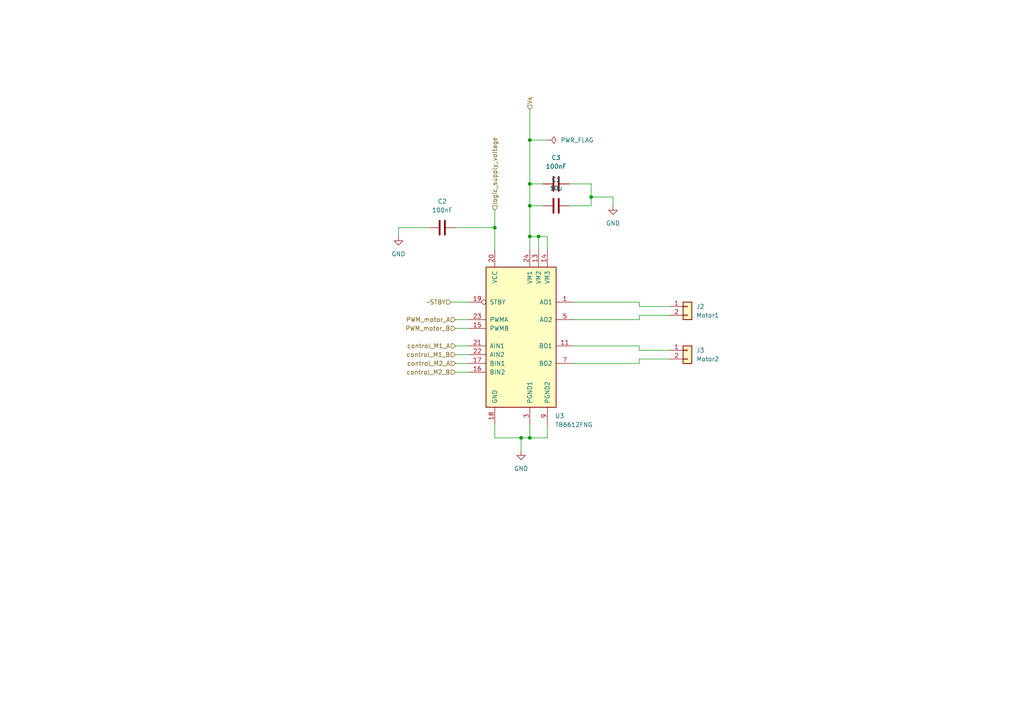
<source format=kicad_sch>
(kicad_sch (version 20230121) (generator eeschema)
  (paper "A4")
  (lib_symbols
    (symbol "Connector_Generic:Conn_01x02" (pin_names (offset 1.016) hide)
      (property "Reference" "J" (at 0 2.54 0))
      (property "Value" "Conn_01x02" (at 0 -5.08 0))
      (symbol "Conn_01x02_1_1"
        (rectangle (start -1.27 -2.413) (end 0 -2.667) (stroke (width 0.1524)))
        (rectangle (start -1.27 0.127) (end 0 -0.127) (stroke (width 0.1524)))
        (rectangle (start -1.27 1.27) (end 1.27 -3.81) (stroke (width 0.254)) (fill (type background)))
        (pin passive line (at -5.08 0 0) (length 3.81) (name "Pin_1") (number "1"))
        (pin passive line (at -5.08 -2.54 0) (length 3.81) (name "Pin_2") (number "2"))
      )
    )
    (symbol "Device:C" (pin_numbers hide) (pin_names (offset 0.254))
      (property "Reference" "C" (at 0.635 2.54 0))
      (property "Value" "C" (at 0.635 -2.54 0))
      (symbol "C_0_1"
        (polyline (pts (xy -2.032 -0.762) (xy 2.032 -0.762)) (stroke (width 0.508)))
        (polyline (pts (xy -2.032 0.762) (xy 2.032 0.762)) (stroke (width 0.508)))
      )
      (symbol "C_1_1"
        (pin passive line (at 0 3.81 270) (length 2.794) (name "~") (number "1"))
        (pin passive line (at 0 -3.81 90) (length 2.794) (name "~") (number "2"))
      )
    )
    (symbol "Driver_Motor:TB6612FNG" (pin_names (offset 1.016))
      (property "Reference" "U" (at 11.43 17.78 0))
      (property "Value" "TB6612FNG" (at 11.43 15.24 0))
      (symbol "TB6612FNG_0_1"
        (rectangle (start -10.16 20.32) (end 10.16 -20.32) (stroke (width 0.254)) (fill (type background)))
      )
      (symbol "TB6612FNG_1_1"
        (pin output line (at 15.24 10.16 180) (length 5.08) (name "AO1") (number "1"))
        (pin passive line (at 7.62 -25.4 90) (length 5.08) hide (name "PGND2") (number "10"))
        (pin output line (at 15.24 -2.54 180) (length 5.08) (name "BO1") (number "11"))
        (pin passive line (at 15.24 -2.54 180) (length 5.08) hide (name "BO1") (number "12"))
        (pin power_in line (at 5.08 25.4 270) (length 5.08) (name "VM2") (number "13"))
        (pin power_in line (at 7.62 25.4 270) (length 5.08) (name "VM3") (number "14"))
        (pin input line (at -15.24 2.54 0) (length 5.08) (name "PWMB") (number "15"))
        (pin input line (at -15.24 -10.16 0) (length 5.08) (name "BIN2") (number "16"))
        (pin input line (at -15.24 -7.62 0) (length 5.08) (name "BIN1") (number "17"))
        (pin power_in line (at -7.62 -25.4 90) (length 5.08) (name "GND") (number "18"))
        (pin input inverted (at -15.24 10.16 0) (length 5.08) (name "STBY") (number "19"))
        (pin passive line (at 15.24 10.16 180) (length 5.08) hide (name "AO1") (number "2"))
        (pin power_in line (at -7.62 25.4 270) (length 5.08) (name "VCC") (number "20"))
        (pin input line (at -15.24 -2.54 0) (length 5.08) (name "AIN1") (number "21"))
        (pin input line (at -15.24 -5.08 0) (length 5.08) (name "AIN2") (number "22"))
        (pin input line (at -15.24 5.08 0) (length 5.08) (name "PWMA") (number "23"))
        (pin power_in line (at 2.54 25.4 270) (length 5.08) (name "VM1") (number "24"))
        (pin power_in line (at 2.54 -25.4 90) (length 5.08) (name "PGND1") (number "3"))
        (pin passive line (at 2.54 -25.4 90) (length 5.08) hide (name "PGND1") (number "4"))
        (pin output line (at 15.24 5.08 180) (length 5.08) (name "AO2") (number "5"))
        (pin passive line (at 15.24 5.08 180) (length 5.08) hide (name "AO2") (number "6"))
        (pin output line (at 15.24 -7.62 180) (length 5.08) (name "BO2") (number "7"))
        (pin passive line (at 15.24 -7.62 180) (length 5.08) hide (name "BO2") (number "8"))
        (pin power_in line (at 7.62 -25.4 90) (length 5.08) (name "PGND2") (number "9"))
      )
    )
    (symbol "power:GND" (power) (pin_names (offset 0))
      (property "Value" "GND" (at 0 -3.81 0))
      (symbol "GND_0_1"
        (polyline (pts (xy 0 0) (xy 0 -1.27) (xy 1.27 -1.27) (xy 0 -2.54) (xy -1.27 -1.27) (xy 0 -1.27)))
      )
      (symbol "GND_1_1"
        (pin power_in line (at 0 0 270) (length 0) hide (name "GND") (number "1"))
      )
    )
    (symbol "power:PWR_FLAG" (power) (pin_numbers hide) (pin_names (offset 0) hide)
      (property "Value" "PWR_FLAG" (at 0 3.81 0))
      (symbol "PWR_FLAG_0_0"
        (pin power_out line (at 0 0 90) (length 0) (name "pwr") (number "1"))
      )
      (symbol "PWR_FLAG_0_1"
        (polyline (pts (xy 0 0) (xy 0 1.27) (xy -1.016 1.905) (xy 0 2.54) (xy 1.016 1.905) (xy 0 1.27)))
      )
    )
  )
  (junction (at 153.67 40.64))
  (junction (at 153.67 53.34))
  (junction (at 156.21 68.58))
  (junction (at 143.51 66.04))
  (junction (at 171.45 57.15))
  (junction (at 153.67 59.69))
  (junction (at 153.67 127))
  (junction (at 153.67 68.58))
  (junction (at 151.13 127))
  (wire (pts (xy 171.45 57.15) (xy 177.8 57.15)))
  (wire (pts (xy 143.51 60.96) (xy 143.51 66.04)))
  (wire (pts (xy 165.1 59.69) (xy 171.45 59.69)))
  (wire (pts (xy 166.37 87.63) (xy 185.42 87.63)))
  (wire (pts (xy 153.67 123.19) (xy 153.67 127)))
  (wire (pts (xy 166.37 100.33) (xy 185.42 100.33)))
  (wire (pts (xy 132.08 107.95) (xy 135.89 107.95)))
  (wire (pts (xy 177.8 57.15) (xy 177.8 59.69)))
  (wire (pts (xy 158.75 127) (xy 153.67 127)))
  (wire (pts (xy 132.08 92.71) (xy 135.89 92.71)))
  (wire (pts (xy 166.37 105.41) (xy 185.42 105.41)))
  (wire (pts (xy 143.51 66.04) (xy 143.51 72.39)))
  (wire (pts (xy 153.67 40.64) (xy 153.67 53.34)))
  (wire (pts (xy 124.46 66.04) (xy 115.57 66.04)))
  (wire (pts (xy 153.67 53.34) (xy 153.67 59.69)))
  (wire (pts (xy 185.42 100.33) (xy 185.42 101.6)))
  (wire (pts (xy 151.13 127) (xy 151.13 130.81)))
  (wire (pts (xy 130.81 87.63) (xy 135.89 87.63)))
  (wire (pts (xy 132.08 102.87) (xy 135.89 102.87)))
  (wire (pts (xy 143.51 127) (xy 151.13 127)))
  (wire (pts (xy 132.08 105.41) (xy 135.89 105.41)))
  (wire (pts (xy 153.67 68.58) (xy 153.67 72.39)))
  (wire (pts (xy 171.45 53.34) (xy 171.45 57.15)))
  (wire (pts (xy 166.37 92.71) (xy 185.42 92.71)))
  (wire (pts (xy 132.08 100.33) (xy 135.89 100.33)))
  (wire (pts (xy 153.67 31.75) (xy 153.67 40.64)))
  (wire (pts (xy 158.75 123.19) (xy 158.75 127)))
  (wire (pts (xy 185.42 87.63) (xy 185.42 88.9)))
  (wire (pts (xy 115.57 66.04) (xy 115.57 68.58)))
  (wire (pts (xy 153.67 40.64) (xy 158.75 40.64)))
  (wire (pts (xy 185.42 101.6) (xy 194.31 101.6)))
  (wire (pts (xy 153.67 127) (xy 151.13 127)))
  (wire (pts (xy 157.48 59.69) (xy 153.67 59.69)))
  (wire (pts (xy 153.67 59.69) (xy 153.67 68.58)))
  (wire (pts (xy 153.67 68.58) (xy 156.21 68.58)))
  (wire (pts (xy 185.42 104.14) (xy 194.31 104.14)))
  (wire (pts (xy 165.1 53.34) (xy 171.45 53.34)))
  (wire (pts (xy 185.42 92.71) (xy 185.42 91.44)))
  (wire (pts (xy 185.42 88.9) (xy 194.31 88.9)))
  (wire (pts (xy 132.08 66.04) (xy 143.51 66.04)))
  (wire (pts (xy 185.42 91.44) (xy 194.31 91.44)))
  (wire (pts (xy 185.42 105.41) (xy 185.42 104.14)))
  (wire (pts (xy 171.45 59.69) (xy 171.45 57.15)))
  (wire (pts (xy 158.75 72.39) (xy 158.75 68.58)))
  (wire (pts (xy 156.21 72.39) (xy 156.21 68.58)))
  (wire (pts (xy 143.51 123.19) (xy 143.51 127)))
  (wire (pts (xy 156.21 68.58) (xy 158.75 68.58)))
  (wire (pts (xy 153.67 53.34) (xy 157.48 53.34)))
  (wire (pts (xy 132.08 95.25) (xy 135.89 95.25)))
  (hierarchical_label "control_M2_A" (shape input) (at 132.08 105.41 180))
  (hierarchical_label "PWM_motor_B" (shape input) (at 132.08 95.25 180))
  (hierarchical_label "Vs" (shape input) (at 153.67 31.75 90))
  (hierarchical_label "PWM_motor_A" (shape input) (at 132.08 92.71 180))
  (hierarchical_label "control_M2_B" (shape input) (at 132.08 107.95 180))
  (hierarchical_label "~STBY" (shape input) (at 130.81 87.63 180))
  (hierarchical_label "logic_supply_voltage" (shape input) (at 143.51 60.96 90))
  (hierarchical_label "control_M1_A" (shape input) (at 132.08 100.33 180))
  (hierarchical_label "control_M1_B" (shape input) (at 132.08 102.87 180))
  (symbol (lib_id "power:GND") (at 177.8 59.69 0) (unit 1)
    (property "Reference" "#PWR012" (effects hide))
    (property "Value" "GND" (at 177.8 64.77 0))
  )
  (symbol (lib_id "power:GND") (at 115.57 68.58 0) (unit 1)
    (property "Reference" "#PWR011" (effects hide))
    (property "Value" "GND" (at 115.57 73.66 0))
  )
  (symbol (lib_id "power:PWR_FLAG") (at 158.75 40.64 270) (unit 1)
    (property "Reference" "#FLG05" (effects hide))
    (property "Value" "PWR_FLAG" (at 162.56 40.64 90) (effects (justify left)))
  )
  (symbol (lib_id "Connector_Generic:Conn_01x02") (at 199.39 88.9 0) (unit 1)
    (property "Reference" "J2" (at 201.93 88.9 0) (effects (justify left)))
    (property "Value" "Motor1" (at 201.93 91.44 0) (effects (justify left)))
    (property "Footprint" "Connector_PinSocket_2.54mm:PinSocket_1x02_P2.54mm_Vertical" (effects hide))
  )
  (symbol (lib_id "Device:C") (at 161.29 59.69 90) (unit 1)
    (property "Reference" "C1" (at 161.29 52.07 90))
    (property "Value" "10u" (at 161.29 54.61 90))
    (property "Footprint" "Capacitor_SMD:C_0805_2012Metric_Pad1.18x1.45mm_HandSolder" (effects hide))
  )
  (symbol (lib_id "Device:C") (at 161.29 53.34 90) (unit 1)
    (property "Reference" "C3" (at 161.29 45.72 90))
    (property "Value" "100nF" (at 161.29 48.26 90))
    (property "Footprint" "Capacitor_SMD:C_0805_2012Metric_Pad1.18x1.45mm_HandSolder" (effects hide))
  )
  (symbol (lib_id "Connector_Generic:Conn_01x02") (at 199.39 101.6 0) (unit 1)
    (property "Reference" "J3" (at 201.93 101.6 0) (effects (justify left)))
    (property "Value" "Motor2" (at 201.93 104.14 0) (effects (justify left)))
    (property "Footprint" "Connector_PinSocket_2.54mm:PinSocket_1x02_P2.54mm_Vertical" (effects hide))
  )
  (symbol (lib_id "power:GND") (at 151.13 130.81 0) (unit 1)
    (property "Reference" "#PWR016" (effects hide))
    (property "Value" "GND" (at 151.13 135.89 0))
  )
  (symbol (lib_id "Driver_Motor:TB6612FNG") (at 151.13 97.79 0) (unit 1)
    (property "Reference" "U3" (at 160.9441 120.65 0) (effects (justify left)))
    (property "Value" "TB6612FNG" (at 160.9441 123.19 0) (effects (justify left)))
    (property "Footprint" "Package_SO:SSOP-24_5.3x8.2mm_P0.65mm" (effects hide))
    (property "Datasheet" "https://toshiba.semicon-storage.com/us/product/linear/motordriver/detail.TB6612FNG.html" (effects hide))
  )
  (symbol (lib_id "Device:C") (at 128.27 66.04 270) (unit 1)
    (property "Reference" "C2" (at 128.27 58.42 90))
    (property "Value" "100nF" (at 128.27 60.96 90))
    (property "Footprint" "Capacitor_SMD:C_0805_2012Metric_Pad1.18x1.45mm_HandSolder" (effects hide))
  )
)
</source>
